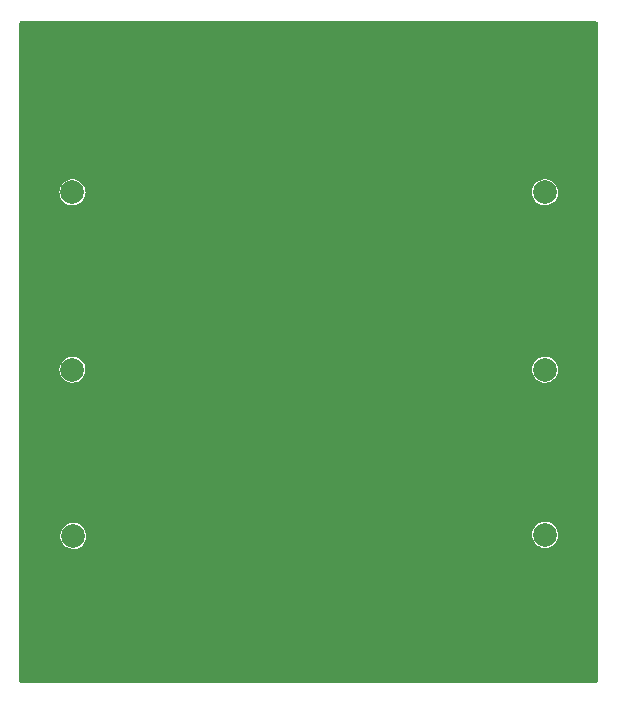
<source format=gbl>
G04 #@! TF.GenerationSoftware,KiCad,Pcbnew,(6.0.0)*
G04 #@! TF.CreationDate,2022-07-23T10:41:13+02:00*
G04 #@! TF.ProjectId,aliasing,616c6961-7369-46e6-972e-6b696361645f,rev?*
G04 #@! TF.SameCoordinates,Original*
G04 #@! TF.FileFunction,Copper,L2,Bot*
G04 #@! TF.FilePolarity,Positive*
%FSLAX46Y46*%
G04 Gerber Fmt 4.6, Leading zero omitted, Abs format (unit mm)*
G04 Created by KiCad (PCBNEW (6.0.0)) date 2022-07-23 10:41:13*
%MOMM*%
%LPD*%
G01*
G04 APERTURE LIST*
G04 #@! TA.AperFunction,ComponentPad*
%ADD10C,0.610000*%
G04 #@! TD*
G04 #@! TA.AperFunction,ComponentPad*
%ADD11C,1.998980*%
G04 #@! TD*
G04 #@! TA.AperFunction,ComponentPad*
%ADD12C,2.499360*%
G04 #@! TD*
G04 #@! TA.AperFunction,ComponentPad*
%ADD13C,1.016000*%
G04 #@! TD*
G04 #@! TA.AperFunction,ComponentPad*
%ADD14C,5.700000*%
G04 #@! TD*
G04 #@! TA.AperFunction,ViaPad*
%ADD15C,0.800000*%
G04 #@! TD*
G04 APERTURE END LIST*
D10*
X159000000Y-80500000D03*
X161000000Y-77300000D03*
X158800000Y-77250000D03*
X161100000Y-80500000D03*
D11*
X180000000Y-50000000D03*
D12*
X177460000Y-47460000D03*
X177460000Y-52540000D03*
X182540000Y-47460000D03*
X182540000Y-52540000D03*
D13*
X162055000Y-60555000D03*
X167770000Y-66270000D03*
X162055000Y-69445000D03*
X165230000Y-66270000D03*
X167770000Y-63730000D03*
X170945000Y-60555000D03*
X165230000Y-63730000D03*
X170945000Y-69445000D03*
D11*
X140000000Y-50000000D03*
D12*
X142540000Y-52540000D03*
X137460000Y-47460000D03*
X142540000Y-47460000D03*
X137460000Y-52540000D03*
D14*
X181500000Y-39000000D03*
D11*
X140000000Y-65000000D03*
D12*
X142540000Y-67540000D03*
X137460000Y-67540000D03*
X137460000Y-62460000D03*
X142540000Y-62460000D03*
D13*
X148991000Y-54445000D03*
X157881000Y-45555000D03*
X152166000Y-51270000D03*
X154706000Y-48730000D03*
X148991000Y-45555000D03*
X157881000Y-54445000D03*
X154706000Y-51270000D03*
X152166000Y-48730000D03*
D14*
X181500000Y-88000000D03*
D13*
X152230000Y-66270000D03*
X154770000Y-66270000D03*
X157945000Y-60555000D03*
X149055000Y-69445000D03*
X149055000Y-60555000D03*
X152230000Y-63730000D03*
X157945000Y-69445000D03*
X154770000Y-63730000D03*
D14*
X138500000Y-88000000D03*
D13*
X165047000Y-51270000D03*
X170762000Y-54445000D03*
X167587000Y-48730000D03*
X161872000Y-45555000D03*
X167587000Y-51270000D03*
X161872000Y-54445000D03*
X170762000Y-45555000D03*
X165047000Y-48730000D03*
D11*
X140071044Y-79080000D03*
D12*
X137531044Y-81620000D03*
X142611044Y-76540000D03*
X137531044Y-76540000D03*
X142611044Y-81620000D03*
D14*
X138500000Y-39000000D03*
D11*
X180000000Y-65000000D03*
D12*
X177460000Y-62460000D03*
X182540000Y-67540000D03*
X177460000Y-67540000D03*
X182540000Y-62460000D03*
D11*
X180000000Y-79000000D03*
D12*
X177460000Y-76460000D03*
X177460000Y-81540000D03*
X182540000Y-81540000D03*
X182540000Y-76460000D03*
D15*
X142000000Y-60500000D03*
X182500000Y-69500000D03*
X160000000Y-81500000D03*
X166000000Y-44000000D03*
X170500000Y-57500000D03*
X176500000Y-45000000D03*
X158500000Y-73000000D03*
X157000000Y-73000000D03*
X179500000Y-60500000D03*
X151500000Y-82500000D03*
X164500000Y-44000000D03*
X156500000Y-75500000D03*
X179500000Y-45000000D03*
X160500000Y-82500000D03*
X149000000Y-75500000D03*
X148000000Y-57500000D03*
X142000000Y-84000000D03*
X151000000Y-57500000D03*
X158500000Y-44000000D03*
X147500000Y-75500000D03*
X149500000Y-73000000D03*
X169000000Y-57500000D03*
X136000000Y-84000000D03*
X153500000Y-75500000D03*
X179500000Y-69500000D03*
X137500000Y-45000000D03*
X154000000Y-73000000D03*
X166000000Y-57500000D03*
X136000000Y-69500000D03*
X184000000Y-60500000D03*
X136000000Y-45000000D03*
X175500000Y-82500000D03*
X168000000Y-82500000D03*
X153000000Y-82500000D03*
X172000000Y-44000000D03*
X155500000Y-44000000D03*
X162000000Y-82500000D03*
X146500000Y-55000000D03*
X149500000Y-44000000D03*
X173000000Y-71500000D03*
X146000000Y-75500000D03*
X152500000Y-57500000D03*
X144500000Y-75500000D03*
X154000000Y-44000000D03*
X151000000Y-44000000D03*
X137500000Y-84000000D03*
X167500000Y-44000000D03*
X161500000Y-73000000D03*
X178000000Y-54500000D03*
X148000000Y-44000000D03*
X137500000Y-60500000D03*
X139000000Y-60500000D03*
X169500000Y-75500000D03*
X182500000Y-54500000D03*
X151000000Y-73000000D03*
X174000000Y-75500000D03*
X164500000Y-57500000D03*
X139000000Y-45000000D03*
X158300000Y-76400000D03*
X155500000Y-57500000D03*
X158500000Y-75500000D03*
X182500000Y-84000000D03*
X158500000Y-57500000D03*
X140500000Y-69500000D03*
X166500000Y-75500000D03*
X175000000Y-69500000D03*
X145000000Y-45000000D03*
X145000000Y-60500000D03*
X160000000Y-44000000D03*
X169000000Y-73000000D03*
X143500000Y-45000000D03*
X136000000Y-55000000D03*
X163500000Y-75500000D03*
X176500000Y-69500000D03*
X176500000Y-84000000D03*
X182500000Y-60500000D03*
X181000000Y-60500000D03*
X158500000Y-81500000D03*
X156000000Y-82500000D03*
X160000000Y-76500000D03*
X140500000Y-60500000D03*
X171000000Y-75500000D03*
X140500000Y-55000000D03*
X147500000Y-71500000D03*
X175000000Y-54500000D03*
X179500000Y-84000000D03*
X167500000Y-73000000D03*
X179500000Y-54500000D03*
X146500000Y-45000000D03*
X172000000Y-57500000D03*
X152500000Y-44000000D03*
X146500000Y-69500000D03*
X173500000Y-45000000D03*
X155000000Y-75500000D03*
X164500000Y-73000000D03*
X137500000Y-55000000D03*
X160000000Y-57500000D03*
X142000000Y-55000000D03*
X170500000Y-44000000D03*
X145000000Y-55000000D03*
X181000000Y-45000000D03*
X148000000Y-73000000D03*
X184000000Y-54500000D03*
X176500000Y-54500000D03*
X163500000Y-82500000D03*
X143500000Y-55000000D03*
X160000000Y-73000000D03*
X157500000Y-82500000D03*
X140500000Y-84000000D03*
X142000000Y-45000000D03*
X166000000Y-73000000D03*
X142000000Y-69500000D03*
X178000000Y-84000000D03*
X161600000Y-76400000D03*
X154000000Y-57500000D03*
X178000000Y-69500000D03*
X139000000Y-69500000D03*
X145500000Y-82500000D03*
X167500000Y-57500000D03*
X163000000Y-57500000D03*
X140500000Y-45000000D03*
X182500000Y-45000000D03*
X159000000Y-82500000D03*
X163000000Y-73000000D03*
X163000000Y-44000000D03*
X147500000Y-59000000D03*
X152000000Y-75500000D03*
X157000000Y-44000000D03*
X155500000Y-73000000D03*
X173500000Y-69500000D03*
X143500000Y-69500000D03*
X173000000Y-56000000D03*
X161500000Y-57500000D03*
X161500000Y-44000000D03*
X136000000Y-60500000D03*
X161500000Y-75500000D03*
X184000000Y-45000000D03*
X169000000Y-44000000D03*
X175000000Y-45000000D03*
X172500000Y-75500000D03*
X160000000Y-75500000D03*
X147500000Y-56000000D03*
X181000000Y-69500000D03*
X181000000Y-54500000D03*
X171000000Y-82500000D03*
X184000000Y-69500000D03*
X148500000Y-82500000D03*
X139000000Y-55000000D03*
X173500000Y-54500000D03*
X157000000Y-57500000D03*
X169500000Y-82500000D03*
X165000000Y-82500000D03*
X184000000Y-84000000D03*
X174000000Y-82500000D03*
X170500000Y-73000000D03*
X143500000Y-60500000D03*
X172000000Y-73000000D03*
X166500000Y-82500000D03*
X137500000Y-69500000D03*
X173500000Y-60500000D03*
X172500000Y-82500000D03*
X178000000Y-60500000D03*
X176500000Y-60500000D03*
X175000000Y-60500000D03*
X149500000Y-57500000D03*
X168000000Y-75500000D03*
X145000000Y-69500000D03*
X150000000Y-82500000D03*
X175500000Y-75500000D03*
X150500000Y-75500000D03*
X146500000Y-60500000D03*
X152500000Y-73000000D03*
X173000000Y-59000000D03*
X161500000Y-81500000D03*
X144500000Y-82500000D03*
X154500000Y-82500000D03*
X181000000Y-84000000D03*
X165000000Y-75500000D03*
X178000000Y-45000000D03*
X147000000Y-82500000D03*
X139000000Y-84000000D03*
G04 #@! TA.AperFunction,Conductor*
G36*
X184434121Y-35528002D02*
G01*
X184480614Y-35581658D01*
X184492000Y-35634000D01*
X184492000Y-91366000D01*
X184471998Y-91434121D01*
X184418342Y-91480614D01*
X184366000Y-91492000D01*
X135634000Y-91492000D01*
X135565879Y-91471998D01*
X135519386Y-91418342D01*
X135508000Y-91366000D01*
X135508000Y-79051107D01*
X138967664Y-79051107D01*
X138980875Y-79252666D01*
X139030596Y-79448442D01*
X139115162Y-79631879D01*
X139231740Y-79796833D01*
X139376427Y-79937781D01*
X139381223Y-79940986D01*
X139381226Y-79940988D01*
X139448499Y-79985938D01*
X139544376Y-80050001D01*
X139549679Y-80052279D01*
X139549682Y-80052281D01*
X139665977Y-80102245D01*
X139729964Y-80129736D01*
X139802757Y-80146207D01*
X139921338Y-80173040D01*
X139921344Y-80173041D01*
X139926975Y-80174315D01*
X139932746Y-80174542D01*
X139932748Y-80174542D01*
X139994498Y-80176968D01*
X140128810Y-80182245D01*
X140228760Y-80167753D01*
X140322997Y-80154090D01*
X140323002Y-80154089D01*
X140328711Y-80153261D01*
X140334175Y-80151406D01*
X140334180Y-80151405D01*
X140514511Y-80090191D01*
X140514516Y-80090189D01*
X140519983Y-80088333D01*
X140696219Y-79989636D01*
X140851519Y-79860475D01*
X140980680Y-79705175D01*
X141079377Y-79528939D01*
X141081233Y-79523472D01*
X141081235Y-79523467D01*
X141142449Y-79343136D01*
X141142450Y-79343131D01*
X141144305Y-79337667D01*
X141145133Y-79331958D01*
X141145134Y-79331953D01*
X141162609Y-79211428D01*
X141173289Y-79137766D01*
X141174802Y-79080000D01*
X141164796Y-78971107D01*
X178896620Y-78971107D01*
X178909831Y-79172666D01*
X178959552Y-79368442D01*
X179044118Y-79551879D01*
X179160696Y-79716833D01*
X179305383Y-79857781D01*
X179310179Y-79860986D01*
X179310182Y-79860988D01*
X179425111Y-79937781D01*
X179473332Y-79970001D01*
X179478635Y-79972279D01*
X179478638Y-79972281D01*
X179652065Y-80046791D01*
X179658920Y-80049736D01*
X179731713Y-80066207D01*
X179850294Y-80093040D01*
X179850300Y-80093041D01*
X179855931Y-80094315D01*
X179861702Y-80094542D01*
X179861704Y-80094542D01*
X179923454Y-80096968D01*
X180057766Y-80102245D01*
X180157717Y-80087753D01*
X180251953Y-80074090D01*
X180251958Y-80074089D01*
X180257667Y-80073261D01*
X180263131Y-80071406D01*
X180263136Y-80071405D01*
X180443467Y-80010191D01*
X180443472Y-80010189D01*
X180448939Y-80008333D01*
X180625175Y-79909636D01*
X180780475Y-79780475D01*
X180909636Y-79625175D01*
X181008333Y-79448939D01*
X181010189Y-79443472D01*
X181010191Y-79443467D01*
X181071405Y-79263136D01*
X181071406Y-79263131D01*
X181073261Y-79257667D01*
X181074089Y-79251958D01*
X181074090Y-79251953D01*
X181101712Y-79061440D01*
X181102245Y-79057766D01*
X181103758Y-79000000D01*
X181085275Y-78798856D01*
X181030447Y-78604449D01*
X180941108Y-78423288D01*
X180820252Y-78261442D01*
X180671925Y-78124330D01*
X180650563Y-78110851D01*
X180509260Y-78021695D01*
X180501096Y-78016544D01*
X180313484Y-77941695D01*
X180307827Y-77940570D01*
X180307821Y-77940568D01*
X180121041Y-77903416D01*
X180121039Y-77903416D01*
X180115374Y-77902289D01*
X180109599Y-77902213D01*
X180109595Y-77902213D01*
X180008700Y-77900893D01*
X179913400Y-77899645D01*
X179907703Y-77900624D01*
X179907702Y-77900624D01*
X179720016Y-77932874D01*
X179720013Y-77932875D01*
X179714326Y-77933852D01*
X179524820Y-78003764D01*
X179507864Y-78013852D01*
X179356195Y-78104085D01*
X179356192Y-78104087D01*
X179351227Y-78107041D01*
X179199362Y-78240223D01*
X179195787Y-78244758D01*
X179195786Y-78244759D01*
X179119568Y-78341442D01*
X179074311Y-78398850D01*
X179071620Y-78403966D01*
X179071618Y-78403968D01*
X179016639Y-78508467D01*
X178980261Y-78577610D01*
X178978546Y-78583134D01*
X178945359Y-78690014D01*
X178920362Y-78770516D01*
X178896620Y-78971107D01*
X141164796Y-78971107D01*
X141156319Y-78878856D01*
X141101491Y-78684449D01*
X141012152Y-78503288D01*
X140891296Y-78341442D01*
X140742969Y-78204330D01*
X140721607Y-78190851D01*
X140594815Y-78110851D01*
X140572140Y-78096544D01*
X140384528Y-78021695D01*
X140378871Y-78020570D01*
X140378865Y-78020568D01*
X140192085Y-77983416D01*
X140192083Y-77983416D01*
X140186418Y-77982289D01*
X140180643Y-77982213D01*
X140180639Y-77982213D01*
X140079744Y-77980893D01*
X139984444Y-77979645D01*
X139978747Y-77980624D01*
X139978746Y-77980624D01*
X139791060Y-78012874D01*
X139791057Y-78012875D01*
X139785370Y-78013852D01*
X139595864Y-78083764D01*
X139556739Y-78107041D01*
X139427239Y-78184085D01*
X139427236Y-78184087D01*
X139422271Y-78187041D01*
X139270406Y-78320223D01*
X139266831Y-78324758D01*
X139266830Y-78324759D01*
X139185074Y-78428467D01*
X139145355Y-78478850D01*
X139142664Y-78483966D01*
X139142662Y-78483968D01*
X139079274Y-78604449D01*
X139051305Y-78657610D01*
X139049590Y-78663134D01*
X139009175Y-78793292D01*
X138991406Y-78850516D01*
X138967664Y-79051107D01*
X135508000Y-79051107D01*
X135508000Y-64971107D01*
X138896620Y-64971107D01*
X138909831Y-65172666D01*
X138959552Y-65368442D01*
X139044118Y-65551879D01*
X139160696Y-65716833D01*
X139305383Y-65857781D01*
X139310179Y-65860986D01*
X139310182Y-65860988D01*
X139377455Y-65905938D01*
X139473332Y-65970001D01*
X139478635Y-65972279D01*
X139478638Y-65972281D01*
X139653613Y-66047456D01*
X139658920Y-66049736D01*
X139731713Y-66066207D01*
X139850294Y-66093040D01*
X139850300Y-66093041D01*
X139855931Y-66094315D01*
X139861702Y-66094542D01*
X139861704Y-66094542D01*
X139923454Y-66096968D01*
X140057766Y-66102245D01*
X140157717Y-66087753D01*
X140251953Y-66074090D01*
X140251958Y-66074089D01*
X140257667Y-66073261D01*
X140263131Y-66071406D01*
X140263136Y-66071405D01*
X140443467Y-66010191D01*
X140443472Y-66010189D01*
X140448939Y-66008333D01*
X140625175Y-65909636D01*
X140780475Y-65780475D01*
X140909636Y-65625175D01*
X141008333Y-65448939D01*
X141010189Y-65443472D01*
X141010191Y-65443467D01*
X141071405Y-65263136D01*
X141071406Y-65263131D01*
X141073261Y-65257667D01*
X141074089Y-65251958D01*
X141074090Y-65251953D01*
X141101712Y-65061440D01*
X141102245Y-65057766D01*
X141103758Y-65000000D01*
X141101103Y-64971107D01*
X178896620Y-64971107D01*
X178909831Y-65172666D01*
X178959552Y-65368442D01*
X179044118Y-65551879D01*
X179160696Y-65716833D01*
X179305383Y-65857781D01*
X179310179Y-65860986D01*
X179310182Y-65860988D01*
X179377455Y-65905938D01*
X179473332Y-65970001D01*
X179478635Y-65972279D01*
X179478638Y-65972281D01*
X179653613Y-66047456D01*
X179658920Y-66049736D01*
X179731713Y-66066207D01*
X179850294Y-66093040D01*
X179850300Y-66093041D01*
X179855931Y-66094315D01*
X179861702Y-66094542D01*
X179861704Y-66094542D01*
X179923454Y-66096968D01*
X180057766Y-66102245D01*
X180157717Y-66087753D01*
X180251953Y-66074090D01*
X180251958Y-66074089D01*
X180257667Y-66073261D01*
X180263131Y-66071406D01*
X180263136Y-66071405D01*
X180443467Y-66010191D01*
X180443472Y-66010189D01*
X180448939Y-66008333D01*
X180625175Y-65909636D01*
X180780475Y-65780475D01*
X180909636Y-65625175D01*
X181008333Y-65448939D01*
X181010189Y-65443472D01*
X181010191Y-65443467D01*
X181071405Y-65263136D01*
X181071406Y-65263131D01*
X181073261Y-65257667D01*
X181074089Y-65251958D01*
X181074090Y-65251953D01*
X181101712Y-65061440D01*
X181102245Y-65057766D01*
X181103758Y-65000000D01*
X181085275Y-64798856D01*
X181030447Y-64604449D01*
X180941108Y-64423288D01*
X180820252Y-64261442D01*
X180671925Y-64124330D01*
X180650563Y-64110851D01*
X180505982Y-64019627D01*
X180501096Y-64016544D01*
X180313484Y-63941695D01*
X180307827Y-63940570D01*
X180307821Y-63940568D01*
X180121041Y-63903416D01*
X180121039Y-63903416D01*
X180115374Y-63902289D01*
X180109599Y-63902213D01*
X180109595Y-63902213D01*
X180008700Y-63900893D01*
X179913400Y-63899645D01*
X179907703Y-63900624D01*
X179907702Y-63900624D01*
X179720016Y-63932874D01*
X179720013Y-63932875D01*
X179714326Y-63933852D01*
X179524820Y-64003764D01*
X179506936Y-64014404D01*
X179356195Y-64104085D01*
X179356192Y-64104087D01*
X179351227Y-64107041D01*
X179199362Y-64240223D01*
X179074311Y-64398850D01*
X179071620Y-64403966D01*
X179071618Y-64403968D01*
X178982954Y-64572491D01*
X178980261Y-64577610D01*
X178920362Y-64770516D01*
X178896620Y-64971107D01*
X141101103Y-64971107D01*
X141085275Y-64798856D01*
X141030447Y-64604449D01*
X140941108Y-64423288D01*
X140820252Y-64261442D01*
X140671925Y-64124330D01*
X140650563Y-64110851D01*
X140505982Y-64019627D01*
X140501096Y-64016544D01*
X140313484Y-63941695D01*
X140307827Y-63940570D01*
X140307821Y-63940568D01*
X140121041Y-63903416D01*
X140121039Y-63903416D01*
X140115374Y-63902289D01*
X140109599Y-63902213D01*
X140109595Y-63902213D01*
X140008700Y-63900893D01*
X139913400Y-63899645D01*
X139907703Y-63900624D01*
X139907702Y-63900624D01*
X139720016Y-63932874D01*
X139720013Y-63932875D01*
X139714326Y-63933852D01*
X139524820Y-64003764D01*
X139506936Y-64014404D01*
X139356195Y-64104085D01*
X139356192Y-64104087D01*
X139351227Y-64107041D01*
X139199362Y-64240223D01*
X139074311Y-64398850D01*
X139071620Y-64403966D01*
X139071618Y-64403968D01*
X138982954Y-64572491D01*
X138980261Y-64577610D01*
X138920362Y-64770516D01*
X138896620Y-64971107D01*
X135508000Y-64971107D01*
X135508000Y-49971107D01*
X138896620Y-49971107D01*
X138909831Y-50172666D01*
X138959552Y-50368442D01*
X139044118Y-50551879D01*
X139160696Y-50716833D01*
X139305383Y-50857781D01*
X139310179Y-50860986D01*
X139310182Y-50860988D01*
X139377455Y-50905938D01*
X139473332Y-50970001D01*
X139478635Y-50972279D01*
X139478638Y-50972281D01*
X139653613Y-51047456D01*
X139658920Y-51049736D01*
X139731713Y-51066207D01*
X139850294Y-51093040D01*
X139850300Y-51093041D01*
X139855931Y-51094315D01*
X139861702Y-51094542D01*
X139861704Y-51094542D01*
X139923454Y-51096968D01*
X140057766Y-51102245D01*
X140157716Y-51087753D01*
X140251953Y-51074090D01*
X140251958Y-51074089D01*
X140257667Y-51073261D01*
X140263131Y-51071406D01*
X140263136Y-51071405D01*
X140443467Y-51010191D01*
X140443472Y-51010189D01*
X140448939Y-51008333D01*
X140625175Y-50909636D01*
X140780475Y-50780475D01*
X140909636Y-50625175D01*
X141008333Y-50448939D01*
X141010189Y-50443472D01*
X141010191Y-50443467D01*
X141071405Y-50263136D01*
X141071406Y-50263131D01*
X141073261Y-50257667D01*
X141074089Y-50251958D01*
X141074090Y-50251953D01*
X141101712Y-50061440D01*
X141102245Y-50057766D01*
X141103758Y-50000000D01*
X141101103Y-49971107D01*
X178896620Y-49971107D01*
X178909831Y-50172666D01*
X178959552Y-50368442D01*
X179044118Y-50551879D01*
X179160696Y-50716833D01*
X179305383Y-50857781D01*
X179310179Y-50860986D01*
X179310182Y-50860988D01*
X179377455Y-50905938D01*
X179473332Y-50970001D01*
X179478635Y-50972279D01*
X179478638Y-50972281D01*
X179653613Y-51047456D01*
X179658920Y-51049736D01*
X179731713Y-51066207D01*
X179850294Y-51093040D01*
X179850300Y-51093041D01*
X179855931Y-51094315D01*
X179861702Y-51094542D01*
X179861704Y-51094542D01*
X179923454Y-51096968D01*
X180057766Y-51102245D01*
X180157716Y-51087753D01*
X180251953Y-51074090D01*
X180251958Y-51074089D01*
X180257667Y-51073261D01*
X180263131Y-51071406D01*
X180263136Y-51071405D01*
X180443467Y-51010191D01*
X180443472Y-51010189D01*
X180448939Y-51008333D01*
X180625175Y-50909636D01*
X180780475Y-50780475D01*
X180909636Y-50625175D01*
X181008333Y-50448939D01*
X181010189Y-50443472D01*
X181010191Y-50443467D01*
X181071405Y-50263136D01*
X181071406Y-50263131D01*
X181073261Y-50257667D01*
X181074089Y-50251958D01*
X181074090Y-50251953D01*
X181101712Y-50061440D01*
X181102245Y-50057766D01*
X181103758Y-50000000D01*
X181085275Y-49798856D01*
X181030447Y-49604449D01*
X180941108Y-49423288D01*
X180820252Y-49261442D01*
X180671925Y-49124330D01*
X180650563Y-49110851D01*
X180505982Y-49019627D01*
X180501096Y-49016544D01*
X180313484Y-48941695D01*
X180307827Y-48940570D01*
X180307821Y-48940568D01*
X180121041Y-48903416D01*
X180121039Y-48903416D01*
X180115374Y-48902289D01*
X180109599Y-48902213D01*
X180109595Y-48902213D01*
X180008700Y-48900893D01*
X179913400Y-48899645D01*
X179907703Y-48900624D01*
X179907702Y-48900624D01*
X179720016Y-48932874D01*
X179720013Y-48932875D01*
X179714326Y-48933852D01*
X179524820Y-49003764D01*
X179506936Y-49014404D01*
X179356195Y-49104085D01*
X179356192Y-49104087D01*
X179351227Y-49107041D01*
X179199362Y-49240223D01*
X179074311Y-49398850D01*
X179071620Y-49403966D01*
X179071618Y-49403968D01*
X178982954Y-49572491D01*
X178980261Y-49577610D01*
X178920362Y-49770516D01*
X178896620Y-49971107D01*
X141101103Y-49971107D01*
X141085275Y-49798856D01*
X141030447Y-49604449D01*
X140941108Y-49423288D01*
X140820252Y-49261442D01*
X140671925Y-49124330D01*
X140650563Y-49110851D01*
X140505982Y-49019627D01*
X140501096Y-49016544D01*
X140313484Y-48941695D01*
X140307827Y-48940570D01*
X140307821Y-48940568D01*
X140121041Y-48903416D01*
X140121039Y-48903416D01*
X140115374Y-48902289D01*
X140109599Y-48902213D01*
X140109595Y-48902213D01*
X140008700Y-48900893D01*
X139913400Y-48899645D01*
X139907703Y-48900624D01*
X139907702Y-48900624D01*
X139720016Y-48932874D01*
X139720013Y-48932875D01*
X139714326Y-48933852D01*
X139524820Y-49003764D01*
X139506936Y-49014404D01*
X139356195Y-49104085D01*
X139356192Y-49104087D01*
X139351227Y-49107041D01*
X139199362Y-49240223D01*
X139074311Y-49398850D01*
X139071620Y-49403966D01*
X139071618Y-49403968D01*
X138982954Y-49572491D01*
X138980261Y-49577610D01*
X138920362Y-49770516D01*
X138896620Y-49971107D01*
X135508000Y-49971107D01*
X135508000Y-35634000D01*
X135528002Y-35565879D01*
X135581658Y-35519386D01*
X135634000Y-35508000D01*
X184366000Y-35508000D01*
X184434121Y-35528002D01*
G37*
G04 #@! TD.AperFunction*
M02*

</source>
